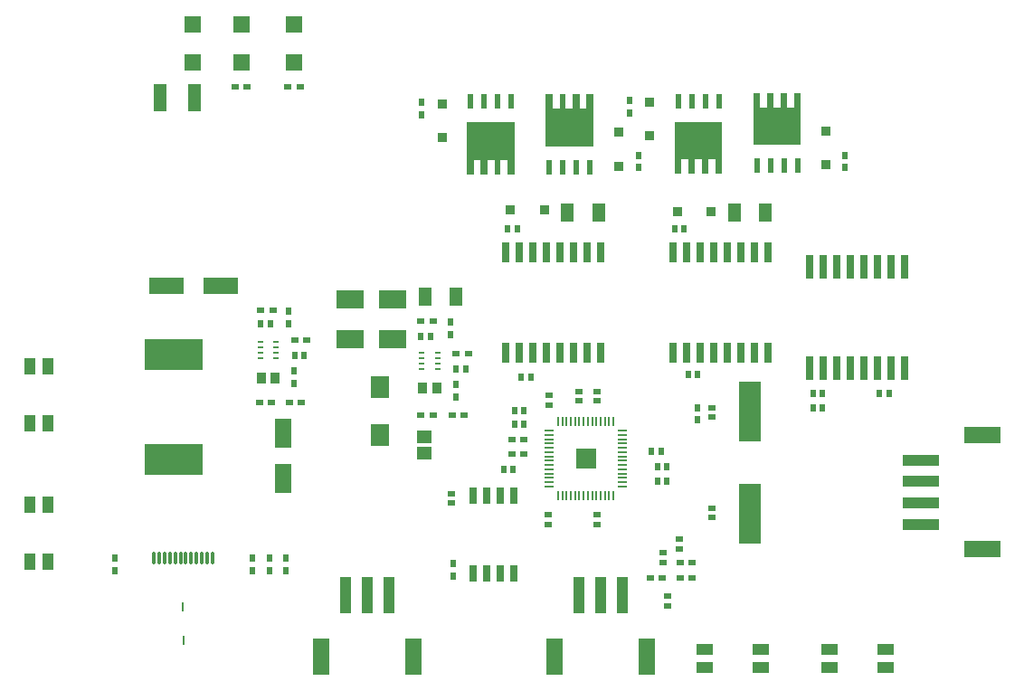
<source format=gbr>
G04*
G04 #@! TF.GenerationSoftware,Altium Limited,Altium Designer,24.2.2 (26)*
G04*
G04 Layer_Color=8421504*
%FSLAX44Y44*%
%MOMM*%
G71*
G04*
G04 #@! TF.SameCoordinates,B6E7CD46-7335-45AA-B55C-DBCC516995BC*
G04*
G04*
G04 #@! TF.FilePolarity,Positive*
G04*
G01*
G75*
%ADD21R,2.5000X1.7000*%
%ADD22R,0.6400X0.6000*%
%ADD23O,0.2000X1.0000*%
%ADD24O,0.3000X1.2000*%
%ADD25R,0.5000X1.4000*%
%ADD26R,0.7500X0.6000*%
%ADD27R,1.5000X3.4000*%
%ADD28R,1.0000X3.5000*%
%ADD29R,1.0000X1.5500*%
%ADD30R,3.2000X1.6000*%
%ADD31R,1.8000X2.0000*%
%ADD32R,1.4000X1.3000*%
%ADD33R,0.6000X0.7500*%
%ADD34R,0.6096X0.2794*%
%ADD35R,0.9000X1.0000*%
%ADD36R,0.6000X0.6400*%
%ADD37R,1.3000X1.8000*%
%ADD38R,5.4000X2.9000*%
%ADD39R,2.1000X5.6000*%
%ADD40R,0.6500X2.2500*%
G04:AMPARAMS|DCode=41|XSize=0.2mm|YSize=0.84mm|CornerRadius=0.025mm|HoleSize=0mm|Usage=FLASHONLY|Rotation=90.000|XOffset=0mm|YOffset=0mm|HoleType=Round|Shape=RoundedRectangle|*
%AMROUNDEDRECTD41*
21,1,0.2000,0.7900,0,0,90.0*
21,1,0.1500,0.8400,0,0,90.0*
1,1,0.0500,0.3950,0.0750*
1,1,0.0500,0.3950,-0.0750*
1,1,0.0500,-0.3950,-0.0750*
1,1,0.0500,-0.3950,0.0750*
%
%ADD41ROUNDEDRECTD41*%
G04:AMPARAMS|DCode=42|XSize=0.84mm|YSize=0.2mm|CornerRadius=0.025mm|HoleSize=0mm|Usage=FLASHONLY|Rotation=90.000|XOffset=0mm|YOffset=0mm|HoleType=Round|Shape=RoundedRectangle|*
%AMROUNDEDRECTD42*
21,1,0.8400,0.1500,0,0,90.0*
21,1,0.7900,0.2000,0,0,90.0*
1,1,0.0500,0.0750,0.3950*
1,1,0.0500,0.0750,-0.3950*
1,1,0.0500,-0.0750,-0.3950*
1,1,0.0500,-0.0750,0.3950*
%
%ADD42ROUNDEDRECTD42*%
%ADD43R,1.9600X1.9600*%
%ADD44R,1.5500X1.0000*%
%ADD45R,3.4000X1.5000*%
%ADD46R,3.5000X1.0000*%
%ADD47R,0.6500X1.9250*%
%ADD48R,0.6500X1.6500*%
%ADD49R,1.6000X1.5000*%
%ADD50R,1.6000X2.8000*%
%ADD51R,0.9500X0.9000*%
%ADD52R,0.9000X0.9500*%
%ADD53R,1.1500X2.5000*%
G36*
X972058Y787290D02*
X978662D01*
Y800781D01*
X984710Y800790D01*
X984710Y751840D01*
X940610Y751840D01*
X940610Y800791D01*
X946610Y800790D01*
Y787290D01*
X953516D01*
Y800788D01*
X959104Y800791D01*
Y787290D01*
X965962D01*
Y800796D01*
X972058Y800800D01*
Y787290D01*
D02*
G37*
G36*
X777748Y785825D02*
X784352D01*
Y799316D01*
X790400Y799325D01*
X790400Y750375D01*
X746300Y750375D01*
X746300Y799326D01*
X752300Y799325D01*
Y785825D01*
X759206D01*
Y799323D01*
X764794Y799326D01*
Y785825D01*
X771652D01*
Y799331D01*
X777748Y799334D01*
Y785825D01*
D02*
G37*
G36*
X911050Y773820D02*
X911050Y724869D01*
X905050Y724871D01*
Y738370D01*
X898144D01*
Y724872D01*
X892556Y724869D01*
Y738370D01*
X885698D01*
Y724865D01*
X879602Y724861D01*
Y738370D01*
X872998D01*
Y724879D01*
X866950Y724871D01*
X866950Y773820D01*
X911050Y773820D01*
D02*
G37*
G36*
X716740Y773530D02*
X716740Y724579D01*
X710740Y724580D01*
Y738080D01*
X703834D01*
Y724582D01*
X698246Y724579D01*
Y738080D01*
X691388D01*
Y724574D01*
X685292Y724570D01*
Y738080D01*
X678688D01*
Y724589D01*
X672640Y724580D01*
X672640Y773530D01*
X716740Y773530D01*
D02*
G37*
D21*
X562930Y570230D02*
D03*
X602930D02*
D03*
X562930Y607060D02*
D03*
X602930D02*
D03*
D22*
X749300Y517480D02*
D03*
Y508680D02*
D03*
X793750Y521290D02*
D03*
Y512490D02*
D03*
X871220Y374060D02*
D03*
Y382860D02*
D03*
X859790Y329520D02*
D03*
Y320720D02*
D03*
X855980Y361360D02*
D03*
Y370160D02*
D03*
X901700Y506050D02*
D03*
Y497250D02*
D03*
Y403270D02*
D03*
Y412070D02*
D03*
X777240Y512490D02*
D03*
Y521290D02*
D03*
X748030Y405720D02*
D03*
Y396920D02*
D03*
X793750Y405720D02*
D03*
Y396920D02*
D03*
X657860Y416650D02*
D03*
Y425450D02*
D03*
D23*
X407030Y288290D02*
D03*
X406780Y319290D02*
D03*
D24*
X434280Y365090D02*
D03*
X429280D02*
D03*
X384280D02*
D03*
X424280D02*
D03*
X419280D02*
D03*
X414280D02*
D03*
X404280D02*
D03*
X399280D02*
D03*
X394280D02*
D03*
X389280D02*
D03*
X379280D02*
D03*
X409280D02*
D03*
D25*
X943610Y732890D02*
D03*
X956310D02*
D03*
X969010D02*
D03*
X981710D02*
D03*
X908050Y792770D02*
D03*
X895350D02*
D03*
X882650D02*
D03*
X869950D02*
D03*
X749300Y731425D02*
D03*
X762000D02*
D03*
X774700D02*
D03*
X787400D02*
D03*
X713740Y792480D02*
D03*
X701040D02*
D03*
X688340D02*
D03*
X675640D02*
D03*
D26*
X714340Y462280D02*
D03*
Y476250D02*
D03*
X669960Y499110D02*
D03*
X658460D02*
D03*
X640750D02*
D03*
X629250D02*
D03*
Y586740D02*
D03*
X640750D02*
D03*
X662270Y556260D02*
D03*
X673770D02*
D03*
X517560Y510540D02*
D03*
X506060D02*
D03*
X883320Y360680D02*
D03*
X871820D02*
D03*
X504790Y806450D02*
D03*
X516290D02*
D03*
X511140Y568960D02*
D03*
X522640D02*
D03*
X455260Y806450D02*
D03*
X466760D02*
D03*
X479390Y596900D02*
D03*
X490890D02*
D03*
X725840Y462280D02*
D03*
Y476250D02*
D03*
X489620Y510540D02*
D03*
X478120D02*
D03*
X871820Y346710D02*
D03*
X883320D02*
D03*
X843880D02*
D03*
X855380D02*
D03*
D27*
X535620Y273290D02*
D03*
X622620D02*
D03*
X754060D02*
D03*
X841060D02*
D03*
D28*
X579120Y330790D02*
D03*
X599120D02*
D03*
X559120D02*
D03*
X797560D02*
D03*
X817560D02*
D03*
X777560D02*
D03*
D29*
X263200Y362370D02*
D03*
Y414870D02*
D03*
X280200Y362370D02*
D03*
Y414870D02*
D03*
X263200Y491910D02*
D03*
Y544410D02*
D03*
X280200Y491910D02*
D03*
Y544410D02*
D03*
D30*
X441560Y619760D02*
D03*
X391560D02*
D03*
D31*
X590550Y525420D02*
D03*
Y480420D02*
D03*
D32*
X632460Y463170D02*
D03*
Y479170D02*
D03*
D33*
X661670Y527720D02*
D03*
Y516220D02*
D03*
X656590Y586140D02*
D03*
Y574640D02*
D03*
X471170Y365090D02*
D03*
Y353590D02*
D03*
X487680Y353660D02*
D03*
Y365160D02*
D03*
X502920D02*
D03*
Y353660D02*
D03*
X342900Y365160D02*
D03*
Y353660D02*
D03*
X887730Y506130D02*
D03*
Y494630D02*
D03*
X659130Y360080D02*
D03*
Y348580D02*
D03*
X510540Y540420D02*
D03*
Y528920D02*
D03*
X505460Y596300D02*
D03*
Y584800D02*
D03*
X629920Y791880D02*
D03*
Y780380D02*
D03*
X833120Y730850D02*
D03*
Y742350D02*
D03*
X824230Y793345D02*
D03*
Y781845D02*
D03*
X1026160Y742350D02*
D03*
Y730850D02*
D03*
D34*
X645033Y557410D02*
D03*
Y552410D02*
D03*
Y547410D02*
D03*
Y542410D02*
D03*
X630047D02*
D03*
Y547410D02*
D03*
Y552410D02*
D03*
Y557410D02*
D03*
X493903Y567570D02*
D03*
Y562570D02*
D03*
Y557570D02*
D03*
Y552570D02*
D03*
X478917D02*
D03*
Y557570D02*
D03*
Y562570D02*
D03*
Y567570D02*
D03*
D35*
X644290Y524510D02*
D03*
X630790D02*
D03*
X493160Y533400D02*
D03*
X479660D02*
D03*
D36*
X638130Y572770D02*
D03*
X629330D02*
D03*
X662350Y542290D02*
D03*
X671150D02*
D03*
X850900Y436880D02*
D03*
X859700D02*
D03*
X520020Y554990D02*
D03*
X511220D02*
D03*
X488270Y584200D02*
D03*
X479470D02*
D03*
X1005160Y519430D02*
D03*
X996360D02*
D03*
Y505460D02*
D03*
X1005160D02*
D03*
X1058590Y519430D02*
D03*
X1067390D02*
D03*
X879520Y537210D02*
D03*
X888320D02*
D03*
X723310Y534670D02*
D03*
X732110D02*
D03*
X715600Y448310D02*
D03*
X706800D02*
D03*
X845230Y464820D02*
D03*
X854030D02*
D03*
X725760Y490220D02*
D03*
X716960D02*
D03*
X850900Y450850D02*
D03*
X859700D02*
D03*
X725760Y502920D02*
D03*
X716960D02*
D03*
X710610Y673100D02*
D03*
X719410D02*
D03*
X866820Y673735D02*
D03*
X875620D02*
D03*
D37*
X662200Y609600D02*
D03*
X633200D02*
D03*
X922760Y688340D02*
D03*
X951760D02*
D03*
X766550D02*
D03*
X795550D02*
D03*
D38*
X397510Y457230D02*
D03*
Y556230D02*
D03*
D39*
X937260Y502160D02*
D03*
Y407160D02*
D03*
D40*
X1082040Y543050D02*
D03*
X1069340D02*
D03*
X1056640D02*
D03*
X1043940D02*
D03*
X1031240D02*
D03*
X1018540D02*
D03*
X1005840D02*
D03*
X993140D02*
D03*
Y638050D02*
D03*
X1005840D02*
D03*
X1018540D02*
D03*
X1031240D02*
D03*
X1043940D02*
D03*
X1056640D02*
D03*
X1069340D02*
D03*
X1082040D02*
D03*
D41*
X817940Y432470D02*
D03*
Y436470D02*
D03*
Y440470D02*
D03*
Y444470D02*
D03*
Y448470D02*
D03*
Y452470D02*
D03*
Y456470D02*
D03*
Y460470D02*
D03*
Y464470D02*
D03*
Y468470D02*
D03*
Y472470D02*
D03*
Y476470D02*
D03*
Y480470D02*
D03*
Y484470D02*
D03*
X749240D02*
D03*
Y480470D02*
D03*
Y476470D02*
D03*
Y472470D02*
D03*
Y468470D02*
D03*
Y464470D02*
D03*
Y460470D02*
D03*
Y456470D02*
D03*
Y452470D02*
D03*
Y448470D02*
D03*
Y444470D02*
D03*
Y440470D02*
D03*
Y436470D02*
D03*
Y432470D02*
D03*
D42*
X757590Y424120D02*
D03*
X761590D02*
D03*
X765590D02*
D03*
X769590D02*
D03*
X773590D02*
D03*
X777590D02*
D03*
X781590D02*
D03*
X785590D02*
D03*
X789590D02*
D03*
X793590D02*
D03*
X797590D02*
D03*
X801590D02*
D03*
X805590D02*
D03*
X809590D02*
D03*
Y492820D02*
D03*
X805590D02*
D03*
X801590D02*
D03*
X797590D02*
D03*
X793590D02*
D03*
X789590D02*
D03*
X785590D02*
D03*
X781590D02*
D03*
X777590D02*
D03*
X773590D02*
D03*
X769590D02*
D03*
X765590D02*
D03*
X761590D02*
D03*
X757590D02*
D03*
D43*
X783590Y458470D02*
D03*
D44*
X1063840Y263200D02*
D03*
X1011340D02*
D03*
X1063840Y280200D02*
D03*
X1011340D02*
D03*
X947000Y263200D02*
D03*
X894500D02*
D03*
X947000Y280200D02*
D03*
X894500D02*
D03*
D45*
X1154430Y373380D02*
D03*
Y480380D02*
D03*
D46*
X1096930Y436880D02*
D03*
Y456880D02*
D03*
Y416880D02*
D03*
Y396880D02*
D03*
D47*
X953770Y651640D02*
D03*
X941070D02*
D03*
X928370D02*
D03*
X915670D02*
D03*
X902970D02*
D03*
X890270D02*
D03*
X877570D02*
D03*
X864870D02*
D03*
Y557400D02*
D03*
X877570D02*
D03*
X890270D02*
D03*
X902970D02*
D03*
X915670D02*
D03*
X928370D02*
D03*
X941070D02*
D03*
X953770D02*
D03*
X797560Y651640D02*
D03*
X784860D02*
D03*
X772160D02*
D03*
X759460D02*
D03*
X746760D02*
D03*
X734060D02*
D03*
X721360D02*
D03*
X708660D02*
D03*
Y557400D02*
D03*
X721360D02*
D03*
X734060D02*
D03*
X746760D02*
D03*
X759460D02*
D03*
X772160D02*
D03*
X784860D02*
D03*
X797560D02*
D03*
D48*
X678180Y351350D02*
D03*
X690880D02*
D03*
X703580D02*
D03*
X716280D02*
D03*
Y423350D02*
D03*
X703580D02*
D03*
X690880D02*
D03*
X678180D02*
D03*
D49*
X510540Y829090D02*
D03*
Y865090D02*
D03*
X461645D02*
D03*
Y829090D02*
D03*
X415290Y865090D02*
D03*
Y829090D02*
D03*
D50*
X500380Y439510D02*
D03*
Y482510D02*
D03*
D51*
X648970Y790450D02*
D03*
Y758950D02*
D03*
X814070Y732280D02*
D03*
Y763780D02*
D03*
X843280Y791915D02*
D03*
Y760415D02*
D03*
X1008380Y765050D02*
D03*
Y733550D02*
D03*
D52*
X744730Y690880D02*
D03*
X713230D02*
D03*
X900940Y689610D02*
D03*
X869440D02*
D03*
D53*
X417070Y796290D02*
D03*
X385570D02*
D03*
M02*

</source>
